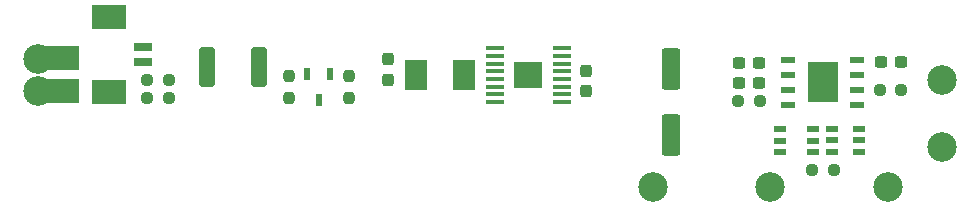
<source format=gbr>
%TF.GenerationSoftware,KiCad,Pcbnew,(6.0.6-0)*%
%TF.CreationDate,2022-09-08T19:57:57-07:00*%
%TF.ProjectId,Battery Extension PCB,42617474-6572-4792-9045-7874656e7369,rev?*%
%TF.SameCoordinates,Original*%
%TF.FileFunction,Soldermask,Top*%
%TF.FilePolarity,Negative*%
%FSLAX46Y46*%
G04 Gerber Fmt 4.6, Leading zero omitted, Abs format (unit mm)*
G04 Created by KiCad (PCBNEW (6.0.6-0)) date 2022-09-08 19:57:57*
%MOMM*%
%LPD*%
G01*
G04 APERTURE LIST*
G04 Aperture macros list*
%AMRoundRect*
0 Rectangle with rounded corners*
0 $1 Rounding radius*
0 $2 $3 $4 $5 $6 $7 $8 $9 X,Y pos of 4 corners*
0 Add a 4 corners polygon primitive as box body*
4,1,4,$2,$3,$4,$5,$6,$7,$8,$9,$2,$3,0*
0 Add four circle primitives for the rounded corners*
1,1,$1+$1,$2,$3*
1,1,$1+$1,$4,$5*
1,1,$1+$1,$6,$7*
1,1,$1+$1,$8,$9*
0 Add four rect primitives between the rounded corners*
20,1,$1+$1,$2,$3,$4,$5,0*
20,1,$1+$1,$4,$5,$6,$7,0*
20,1,$1+$1,$6,$7,$8,$9,0*
20,1,$1+$1,$8,$9,$2,$3,0*%
G04 Aperture macros list end*
%ADD10C,2.500000*%
%ADD11RoundRect,0.250000X0.550000X-1.500000X0.550000X1.500000X-0.550000X1.500000X-0.550000X-1.500000X0*%
%ADD12RoundRect,0.100000X-0.687500X-0.100000X0.687500X-0.100000X0.687500X0.100000X-0.687500X0.100000X0*%
%ADD13R,2.460000X2.310000*%
%ADD14R,1.900000X2.500000*%
%ADD15R,1.072009X0.532004*%
%ADD16RoundRect,0.237500X-0.300000X-0.237500X0.300000X-0.237500X0.300000X0.237500X-0.300000X0.237500X0*%
%ADD17R,3.000000X2.100000*%
%ADD18R,1.600000X0.800000*%
%ADD19RoundRect,0.237500X-0.250000X-0.237500X0.250000X-0.237500X0.250000X0.237500X-0.250000X0.237500X0*%
%ADD20RoundRect,0.250000X-0.400000X-1.450000X0.400000X-1.450000X0.400000X1.450000X-0.400000X1.450000X0*%
%ADD21R,3.500000X2.000000*%
%ADD22R,1.000000X0.550013*%
%ADD23RoundRect,0.237500X0.237500X-0.300000X0.237500X0.300000X-0.237500X0.300000X-0.237500X-0.300000X0*%
%ADD24RoundRect,0.237500X-0.237500X0.300000X-0.237500X-0.300000X0.237500X-0.300000X0.237500X0.300000X0*%
%ADD25RoundRect,0.237500X0.237500X-0.250000X0.237500X0.250000X-0.237500X0.250000X-0.237500X-0.250000X0*%
%ADD26R,1.200000X0.600000*%
%ADD27R,2.500000X3.499873*%
%ADD28RoundRect,0.237500X0.300000X0.237500X-0.300000X0.237500X-0.300000X-0.237500X0.300000X-0.237500X0*%
%ADD29RoundRect,0.237500X0.250000X0.237500X-0.250000X0.237500X-0.250000X-0.237500X0.250000X-0.237500X0*%
%ADD30RoundRect,0.237500X-0.237500X0.250000X-0.237500X-0.250000X0.237500X-0.250000X0.237500X0.250000X0*%
%ADD31R,0.532004X1.037490*%
G04 APERTURE END LIST*
D10*
%TO.C,H7*%
X128270000Y-80848200D03*
%TD*%
%TO.C,H6*%
X142824200Y-71729600D03*
%TD*%
%TO.C,H5*%
X142824200Y-77470000D03*
%TD*%
%TO.C,H4*%
X138201400Y-80848200D03*
%TD*%
%TO.C,H3*%
X118338600Y-80848200D03*
%TD*%
%TO.C,H2*%
X66268600Y-72694800D03*
%TD*%
%TO.C,H1*%
X66268600Y-69951600D03*
%TD*%
D11*
%TO.C,C6*%
X119837200Y-76415200D03*
X119837200Y-70815200D03*
%TD*%
D12*
%TO.C,U4*%
X110635279Y-69067512D03*
X110635279Y-69717512D03*
X110635279Y-70367512D03*
X110635279Y-71017512D03*
X110635279Y-71667512D03*
X110635279Y-72317512D03*
X110635279Y-72967512D03*
X110635279Y-73617512D03*
X104910279Y-73617512D03*
X104910279Y-72967512D03*
X104910279Y-72317512D03*
X104910279Y-71667512D03*
X104910279Y-71017512D03*
X104910279Y-70367512D03*
X104910279Y-69717512D03*
X104910279Y-69067512D03*
D13*
X107772779Y-71342512D03*
%TD*%
D14*
%TO.C,U7*%
X98229162Y-71374000D03*
X102329238Y-71374000D03*
%TD*%
D15*
%TO.C,U6*%
X133451600Y-75925676D03*
X133451600Y-76875638D03*
X133451600Y-77825600D03*
X135749796Y-77825600D03*
X135749796Y-76875638D03*
X135749796Y-75925676D03*
%TD*%
D16*
%TO.C,C5*%
X125578700Y-70358000D03*
X127303700Y-70358000D03*
%TD*%
D17*
%TO.C,U1*%
X72229676Y-66420994D03*
X72229676Y-72771006D03*
D18*
X75129600Y-68970905D03*
X75129600Y-70221095D03*
%TD*%
D19*
%TO.C,R7*%
X137532442Y-72623807D03*
X139357442Y-72623807D03*
%TD*%
D20*
%TO.C,F1*%
X80528200Y-70662800D03*
X84978200Y-70662800D03*
%TD*%
D19*
%TO.C,R2*%
X75492600Y-71729600D03*
X77317600Y-71729600D03*
%TD*%
D21*
%TO.C,P2*%
X68021200Y-72694800D03*
%TD*%
D22*
%TO.C,U3*%
X129085847Y-75938123D03*
X129085847Y-76888085D03*
X129085847Y-77838047D03*
X131885949Y-77838047D03*
X131885949Y-76888085D03*
X131885949Y-75938123D03*
%TD*%
D23*
%TO.C,C3*%
X112623600Y-72693700D03*
X112623600Y-70968700D03*
%TD*%
D19*
%TO.C,R5*%
X131812706Y-79391539D03*
X133637706Y-79391539D03*
%TD*%
D21*
%TO.C,P1*%
X68021200Y-69926200D03*
%TD*%
D24*
%TO.C,C2*%
X95910400Y-70003500D03*
X95910400Y-71728500D03*
%TD*%
D25*
%TO.C,R3*%
X92608400Y-73251700D03*
X92608400Y-71426700D03*
%TD*%
D26*
%TO.C,U5*%
X135612848Y-73868411D03*
X135612848Y-72598408D03*
X135612848Y-71328406D03*
X135612848Y-70058403D03*
X129796236Y-70058403D03*
X129796236Y-71328406D03*
X129796236Y-72598408D03*
X129796236Y-73868411D03*
D27*
X132704542Y-71963407D03*
%TD*%
D28*
%TO.C,C1*%
X139343300Y-70256400D03*
X137618300Y-70256400D03*
%TD*%
%TO.C,C4*%
X127303700Y-71983600D03*
X125578700Y-71983600D03*
%TD*%
D29*
%TO.C,R1*%
X77317600Y-73304400D03*
X75492600Y-73304400D03*
%TD*%
D30*
%TO.C,R4*%
X87528400Y-71426700D03*
X87528400Y-73251700D03*
%TD*%
D19*
%TO.C,R8*%
X125528700Y-73558400D03*
X127353700Y-73558400D03*
%TD*%
D31*
%TO.C,U2*%
X90967562Y-71288654D03*
X89067638Y-71288654D03*
X90017600Y-73491346D03*
%TD*%
M02*

</source>
